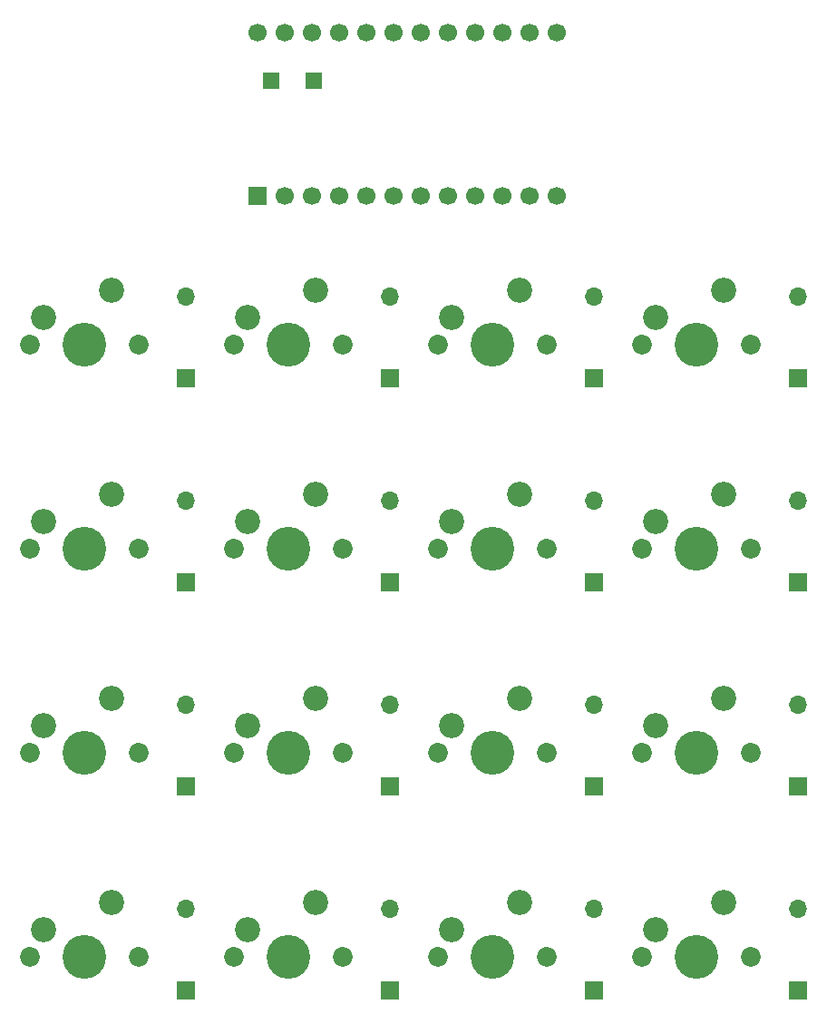
<source format=gbs>
%TF.GenerationSoftware,KiCad,Pcbnew,(5.1.6)-1*%
%TF.CreationDate,2020-06-06T20:34:11-05:00*%
%TF.ProjectId,cerkit16,6365726b-6974-4313-962e-6b696361645f,rev?*%
%TF.SameCoordinates,Original*%
%TF.FileFunction,Soldermask,Bot*%
%TF.FilePolarity,Negative*%
%FSLAX46Y46*%
G04 Gerber Fmt 4.6, Leading zero omitted, Abs format (unit mm)*
G04 Created by KiCad (PCBNEW (5.1.6)-1) date 2020-06-06 20:34:11*
%MOMM*%
%LPD*%
G01*
G04 APERTURE LIST*
%ADD10C,2.350000*%
%ADD11C,4.087800*%
%ADD12C,1.850000*%
%ADD13R,1.600000X1.600000*%
%ADD14C,1.700000*%
%ADD15R,1.700000X1.700000*%
%ADD16O,1.700000X1.700000*%
G04 APERTURE END LIST*
D10*
%TO.C,MX11*%
X89852500Y-74295000D03*
D11*
X87312500Y-79375000D03*
D10*
X83502500Y-76835000D03*
D12*
X82232500Y-79375000D03*
X92392500Y-79375000D03*
%TD*%
D13*
%TO.C,RST2*%
X70643750Y-16668750D03*
%TD*%
%TO.C,RST1*%
X66675000Y-16668750D03*
%TD*%
D14*
%TO.C,U1*%
X65405000Y-12223750D03*
X67945000Y-12223750D03*
X70485000Y-12223750D03*
X73025000Y-12223750D03*
X75565000Y-12223750D03*
X78105000Y-12223750D03*
X80645000Y-12223750D03*
X83185000Y-12223750D03*
X85725000Y-12223750D03*
X88265000Y-12223750D03*
X90805000Y-12223750D03*
X93345000Y-12223750D03*
X93345000Y-27463750D03*
X90805000Y-27463750D03*
X88265000Y-27463750D03*
X85725000Y-27463750D03*
X83185000Y-27463750D03*
X80645000Y-27463750D03*
X78105000Y-27463750D03*
X75565000Y-27463750D03*
X73025000Y-27463750D03*
X70485000Y-27463750D03*
X67945000Y-27463750D03*
D15*
X65405000Y-27463750D03*
%TD*%
D10*
%TO.C,MX16*%
X108902500Y-93345000D03*
D11*
X106362500Y-98425000D03*
D10*
X102552500Y-95885000D03*
D12*
X101282500Y-98425000D03*
X111442500Y-98425000D03*
%TD*%
D10*
%TO.C,MX15*%
X89852500Y-93345000D03*
D11*
X87312500Y-98425000D03*
D10*
X83502500Y-95885000D03*
D12*
X82232500Y-98425000D03*
X92392500Y-98425000D03*
%TD*%
D10*
%TO.C,MX14*%
X70802500Y-93345000D03*
D11*
X68262500Y-98425000D03*
D10*
X64452500Y-95885000D03*
D12*
X63182500Y-98425000D03*
X73342500Y-98425000D03*
%TD*%
D10*
%TO.C,MX13*%
X51752500Y-93345000D03*
D11*
X49212500Y-98425000D03*
D10*
X45402500Y-95885000D03*
D12*
X44132500Y-98425000D03*
X54292500Y-98425000D03*
%TD*%
D10*
%TO.C,MX12*%
X108902500Y-74295000D03*
D11*
X106362500Y-79375000D03*
D10*
X102552500Y-76835000D03*
D12*
X101282500Y-79375000D03*
X111442500Y-79375000D03*
%TD*%
D10*
%TO.C,MX10*%
X70802500Y-74295000D03*
D11*
X68262500Y-79375000D03*
D10*
X64452500Y-76835000D03*
D12*
X63182500Y-79375000D03*
X73342500Y-79375000D03*
%TD*%
D10*
%TO.C,MX9*%
X51752500Y-74295000D03*
D11*
X49212500Y-79375000D03*
D10*
X45402500Y-76835000D03*
D12*
X44132500Y-79375000D03*
X54292500Y-79375000D03*
%TD*%
D10*
%TO.C,MX8*%
X108902500Y-55245000D03*
D11*
X106362500Y-60325000D03*
D10*
X102552500Y-57785000D03*
D12*
X101282500Y-60325000D03*
X111442500Y-60325000D03*
%TD*%
D10*
%TO.C,MX7*%
X89852500Y-55245000D03*
D11*
X87312500Y-60325000D03*
D10*
X83502500Y-57785000D03*
D12*
X82232500Y-60325000D03*
X92392500Y-60325000D03*
%TD*%
D10*
%TO.C,MX6*%
X70802500Y-55245000D03*
D11*
X68262500Y-60325000D03*
D10*
X64452500Y-57785000D03*
D12*
X63182500Y-60325000D03*
X73342500Y-60325000D03*
%TD*%
D10*
%TO.C,MX5*%
X51752500Y-55245000D03*
D11*
X49212500Y-60325000D03*
D10*
X45402500Y-57785000D03*
D12*
X44132500Y-60325000D03*
X54292500Y-60325000D03*
%TD*%
D10*
%TO.C,MX4*%
X108902500Y-36195000D03*
D11*
X106362500Y-41275000D03*
D10*
X102552500Y-38735000D03*
D12*
X101282500Y-41275000D03*
X111442500Y-41275000D03*
%TD*%
D10*
%TO.C,MX3*%
X89852500Y-36195000D03*
D11*
X87312500Y-41275000D03*
D10*
X83502500Y-38735000D03*
D12*
X82232500Y-41275000D03*
X92392500Y-41275000D03*
%TD*%
D10*
%TO.C,MX2*%
X70802500Y-36195000D03*
D11*
X68262500Y-41275000D03*
D10*
X64452500Y-38735000D03*
D12*
X63182500Y-41275000D03*
X73342500Y-41275000D03*
%TD*%
D10*
%TO.C,MX1*%
X51752500Y-36195000D03*
D11*
X49212500Y-41275000D03*
D10*
X45402500Y-38735000D03*
D12*
X44132500Y-41275000D03*
X54292500Y-41275000D03*
%TD*%
D16*
%TO.C,D16*%
X115887500Y-93980000D03*
D15*
X115887500Y-101600000D03*
%TD*%
D16*
%TO.C,D15*%
X96837500Y-93980000D03*
D15*
X96837500Y-101600000D03*
%TD*%
D16*
%TO.C,D14*%
X77787500Y-93980000D03*
D15*
X77787500Y-101600000D03*
%TD*%
D16*
%TO.C,D13*%
X58737500Y-93980000D03*
D15*
X58737500Y-101600000D03*
%TD*%
D16*
%TO.C,D12*%
X115887500Y-74930000D03*
D15*
X115887500Y-82550000D03*
%TD*%
D16*
%TO.C,D11*%
X96837500Y-74930000D03*
D15*
X96837500Y-82550000D03*
%TD*%
D16*
%TO.C,D10*%
X77787500Y-74930000D03*
D15*
X77787500Y-82550000D03*
%TD*%
D16*
%TO.C,D9*%
X58737500Y-74930000D03*
D15*
X58737500Y-82550000D03*
%TD*%
D16*
%TO.C,D8*%
X115887500Y-55880000D03*
D15*
X115887500Y-63500000D03*
%TD*%
D16*
%TO.C,D7*%
X96837500Y-55880000D03*
D15*
X96837500Y-63500000D03*
%TD*%
D16*
%TO.C,D6*%
X77787500Y-55880000D03*
D15*
X77787500Y-63500000D03*
%TD*%
D16*
%TO.C,D5*%
X58737500Y-55880000D03*
D15*
X58737500Y-63500000D03*
%TD*%
D16*
%TO.C,D4*%
X115887500Y-36830000D03*
D15*
X115887500Y-44450000D03*
%TD*%
D16*
%TO.C,D3*%
X96837500Y-36830000D03*
D15*
X96837500Y-44450000D03*
%TD*%
D16*
%TO.C,D2*%
X77787500Y-36830000D03*
D15*
X77787500Y-44450000D03*
%TD*%
D16*
%TO.C,D1*%
X58737500Y-36830000D03*
D15*
X58737500Y-44450000D03*
%TD*%
M02*

</source>
